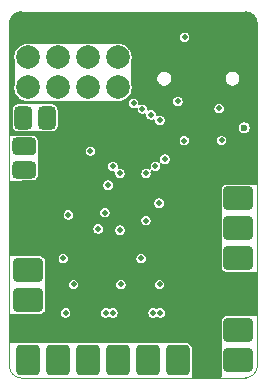
<source format=gbr>
%TF.GenerationSoftware,KiCad,Pcbnew,9.0.3-9.0.3-0~ubuntu24.04.1*%
%TF.CreationDate,2025-09-21T12:24:59+02:00*%
%TF.ProjectId,ant control board v2,616e7420-636f-46e7-9472-6f6c20626f61,2.0*%
%TF.SameCoordinates,Original*%
%TF.FileFunction,Copper,L2,Inr*%
%TF.FilePolarity,Positive*%
%FSLAX46Y46*%
G04 Gerber Fmt 4.6, Leading zero omitted, Abs format (unit mm)*
G04 Created by KiCad (PCBNEW 9.0.3-9.0.3-0~ubuntu24.04.1) date 2025-09-21 12:24:59*
%MOMM*%
%LPD*%
G01*
G04 APERTURE LIST*
G04 Aperture macros list*
%AMRoundRect*
0 Rectangle with rounded corners*
0 $1 Rounding radius*
0 $2 $3 $4 $5 $6 $7 $8 $9 X,Y pos of 4 corners*
0 Add a 4 corners polygon primitive as box body*
4,1,4,$2,$3,$4,$5,$6,$7,$8,$9,$2,$3,0*
0 Add four circle primitives for the rounded corners*
1,1,$1+$1,$2,$3*
1,1,$1+$1,$4,$5*
1,1,$1+$1,$6,$7*
1,1,$1+$1,$8,$9*
0 Add four rect primitives between the rounded corners*
20,1,$1+$1,$2,$3,$4,$5,0*
20,1,$1+$1,$4,$5,$6,$7,0*
20,1,$1+$1,$6,$7,$8,$9,0*
20,1,$1+$1,$8,$9,$2,$3,0*%
G04 Aperture macros list end*
%TA.AperFunction,ComponentPad*%
%ADD10C,0.500000*%
%TD*%
%TA.AperFunction,ComponentPad*%
%ADD11RoundRect,0.375000X0.375000X-0.625000X0.375000X0.625000X-0.375000X0.625000X-0.375000X-0.625000X0*%
%TD*%
%TA.AperFunction,ComponentPad*%
%ADD12RoundRect,0.300000X0.970000X-0.700000X0.970000X0.700000X-0.970000X0.700000X-0.970000X-0.700000X0*%
%TD*%
%TA.AperFunction,ComponentPad*%
%ADD13O,1.250000X2.500000*%
%TD*%
%TA.AperFunction,ComponentPad*%
%ADD14RoundRect,0.300000X-0.700000X-0.970000X0.700000X-0.970000X0.700000X0.970000X-0.700000X0.970000X0*%
%TD*%
%TA.AperFunction,ComponentPad*%
%ADD15C,2.000000*%
%TD*%
%TA.AperFunction,ComponentPad*%
%ADD16RoundRect,0.375000X0.625000X0.375000X-0.625000X0.375000X-0.625000X-0.375000X0.625000X-0.375000X0*%
%TD*%
%TA.AperFunction,ComponentPad*%
%ADD17RoundRect,0.300000X-0.970000X0.700000X-0.970000X-0.700000X0.970000X-0.700000X0.970000X0.700000X0*%
%TD*%
%TA.AperFunction,ViaPad*%
%ADD18C,0.500000*%
%TD*%
%TA.AperFunction,ViaPad*%
%ADD19C,0.600000*%
%TD*%
%TA.AperFunction,Profile*%
%ADD20C,0.050000*%
%TD*%
G04 APERTURE END LIST*
D10*
%TO.N,/MCU and RX/DIGITAL_AUX1*%
%TO.C,J10*%
X102647200Y-119711200D03*
X102640000Y-118300000D03*
D11*
X102190000Y-119000000D03*
D10*
X101732800Y-119711200D03*
X101732800Y-118288800D03*
%TO.N,/MCU and RX/DIGITAL_AUX2*%
X100654400Y-118300000D03*
X100640000Y-119700000D03*
D11*
X100190000Y-119000000D03*
D10*
X99740000Y-119700000D03*
X99740000Y-118300000D03*
%TD*%
%TO.N,/MCU and RX/SERVO1*%
%TO.C,J7*%
X99721000Y-135055000D03*
X101499000Y-135055000D03*
D12*
X100610000Y-134420000D03*
D10*
X99721000Y-133785000D03*
X101499000Y-133785000D03*
%TO.N,+BATT*%
X99721000Y-132515000D03*
X101499000Y-132515000D03*
D12*
X100610000Y-131880000D03*
D10*
X99721000Y-131245000D03*
X101499000Y-131245000D03*
%TO.N,GND*%
X99721000Y-129975000D03*
X101499000Y-129975000D03*
D12*
X100610000Y-129340000D03*
D10*
X99721000Y-128705000D03*
X101499000Y-128705000D03*
%TD*%
D13*
%TO.N,GND*%
%TO.C,J3*%
X119320000Y-116180000D03*
X119320000Y-112000000D03*
X110680000Y-116180000D03*
X110680000Y-112000000D03*
%TD*%
D10*
%TO.N,/DC Motors/M2+*%
%TO.C,J5*%
X105055000Y-138611000D03*
X105055000Y-140389000D03*
D14*
X105690000Y-139500000D03*
D10*
X106325000Y-138611000D03*
X106325000Y-140389000D03*
%TO.N,/DC Motors/M2-*%
X107595000Y-138611000D03*
X107595000Y-140389000D03*
D14*
X108230000Y-139500000D03*
D10*
X108865000Y-138611000D03*
X108865000Y-140389000D03*
%TD*%
%TO.N,/MCU and RX/SERVO2*%
%TO.C,J8*%
X117501000Y-140135000D03*
X119279000Y-140135000D03*
D12*
X118390000Y-139500000D03*
D10*
X117501000Y-138865000D03*
X119279000Y-138865000D03*
%TO.N,+BATT*%
X117501000Y-137595000D03*
X119279000Y-137595000D03*
D12*
X118390000Y-136960000D03*
D10*
X117501000Y-136325000D03*
X119279000Y-136325000D03*
%TO.N,GND*%
X117501000Y-135055000D03*
X119279000Y-135055000D03*
D12*
X118390000Y-134420000D03*
D10*
X117501000Y-133785000D03*
X119279000Y-133785000D03*
%TD*%
%TO.N,/DC Motors/M3+*%
%TO.C,J6*%
X110135000Y-138611000D03*
X110135000Y-140389000D03*
D14*
X110770000Y-139500000D03*
D10*
X111405000Y-138611000D03*
X111405000Y-140389000D03*
%TO.N,/DC Motors/M3-*%
X112675000Y-138611000D03*
X112675000Y-140389000D03*
D14*
X113310000Y-139500000D03*
D10*
X113945000Y-138611000D03*
X113945000Y-140389000D03*
%TD*%
D15*
%TO.N,GND*%
%TO.C,U7*%
X108203000Y-111337000D03*
%TO.N,+3V3*%
X108203000Y-113877000D03*
%TO.N,/MCU and RX/CH1_PPM*%
X108203000Y-116417000D03*
%TO.N,GND*%
X105663000Y-111337000D03*
%TO.N,+3V3*%
X105663000Y-113877000D03*
%TO.N,/MCU and RX/CH2*%
X105663000Y-116417000D03*
%TO.N,GND*%
X103123000Y-111337000D03*
%TO.N,+3V3*%
X103123000Y-113877000D03*
%TO.N,/MCU and RX/CH3*%
X103123000Y-116417000D03*
%TO.N,GND*%
X100583000Y-111337000D03*
%TO.N,+3V3*%
X100583000Y-113877000D03*
%TO.N,/MCU and RX/CH4*%
X100583000Y-116417000D03*
%TD*%
D10*
%TO.N,/DC Motors/M1+*%
%TO.C,J4*%
X99975000Y-138611000D03*
X99975000Y-140389000D03*
D14*
X100610000Y-139500000D03*
D10*
X101245000Y-138611000D03*
X101245000Y-140389000D03*
%TO.N,/DC Motors/M1-*%
X102515000Y-138611000D03*
X102515000Y-140389000D03*
D14*
X103150000Y-139500000D03*
D10*
X103785000Y-138611000D03*
X103785000Y-140389000D03*
%TD*%
%TO.N,+3V3*%
%TO.C,J9*%
X100981200Y-120940896D03*
X99570000Y-120948096D03*
D16*
X100270000Y-121398096D03*
D10*
X100981200Y-121855296D03*
X99558800Y-121855296D03*
%TO.N,Net-(J9-Pin_2)*%
X99570000Y-122933696D03*
X100970000Y-122948096D03*
D16*
X100270000Y-123398096D03*
D10*
X100970000Y-123848096D03*
X99570000Y-123848096D03*
%TO.N,GND*%
X99570000Y-124933696D03*
X100970000Y-124948096D03*
D16*
X100270000Y-125398096D03*
D10*
X100970000Y-125848096D03*
X99570000Y-125848096D03*
%TD*%
%TO.N,/Power/+SW*%
%TO.C,J1*%
X119279000Y-127705000D03*
X117501000Y-127705000D03*
D17*
X118390000Y-128340000D03*
D10*
X119279000Y-128975000D03*
X117501000Y-128975000D03*
%TO.N,+BATT*%
X119279000Y-130245000D03*
X117501000Y-130245000D03*
D17*
X118390000Y-130880000D03*
D10*
X119279000Y-131515000D03*
X117501000Y-131515000D03*
%TD*%
%TO.N,GND*%
%TO.C,J2*%
X119279000Y-122625000D03*
X117501000Y-122625000D03*
D17*
X118390000Y-123260000D03*
D10*
X119279000Y-123895000D03*
X117501000Y-123895000D03*
%TO.N,/Power/+SW*%
X119279000Y-125165000D03*
X117501000Y-125165000D03*
D17*
X118390000Y-125800000D03*
D10*
X119279000Y-126435000D03*
X117501000Y-126435000D03*
%TD*%
D18*
%TO.N,+BATT*%
X107170000Y-135500000D03*
X111770000Y-135500000D03*
X103570000Y-130900000D03*
X103770000Y-135500000D03*
X107770000Y-135500000D03*
X111170000Y-135500000D03*
D19*
X118890000Y-119820000D03*
D18*
%TO.N,GND*%
X108370000Y-127700000D03*
X107270000Y-122500000D03*
X103400000Y-125200000D03*
X112475000Y-126013636D03*
X104090000Y-122380000D03*
X114770000Y-122450000D03*
X102000000Y-127800000D03*
X113020000Y-121250000D03*
D19*
X107190000Y-133100000D03*
D18*
X111135000Y-131015000D03*
D19*
X114570000Y-135450000D03*
X110270000Y-134700000D03*
D18*
X104000000Y-119770000D03*
D19*
X110970000Y-133100000D03*
D18*
X103770000Y-130130000D03*
%TO.N,+3V3*%
X108440000Y-133100000D03*
X107090000Y-127020000D03*
X104000000Y-127200000D03*
X116970000Y-120900000D03*
X111690000Y-126220000D03*
X105870000Y-121800000D03*
X113845000Y-112175000D03*
X113814641Y-120919880D03*
X104440000Y-133100000D03*
X110570000Y-127700000D03*
X111720000Y-133100000D03*
%TO.N,/MCU and RX/VBAT*%
X106530000Y-128390000D03*
%TO.N,Net-(J3-CC2)*%
X113270000Y-117600000D03*
%TO.N,Net-(J3-CC1)*%
X116770000Y-118200000D03*
%TO.N,/MCU and RX/SERVO1*%
X108370000Y-128500000D03*
%TO.N,/MCU and RX/SERVO2*%
X110170000Y-130900000D03*
%TO.N,/MCU and RX/UART2_RX*%
X111370000Y-123100000D03*
%TO.N,/MCU and RX/UART2_TX*%
X112170000Y-122500000D03*
%TO.N,/MCU and RX/BOOT0*%
X110570000Y-123700000D03*
X111753527Y-119206305D03*
%TO.N,/MCU and RX/I2C1_SDA*%
X107770000Y-123100000D03*
X107370000Y-124700000D03*
%TO.N,/MCU and RX/I2C1_SCL*%
X108370000Y-123700000D03*
%TO.N,/MCU and RX/CH4*%
X111020000Y-118750000D03*
%TO.N,/MCU and RX/CH2*%
X109520000Y-117750000D03*
%TO.N,/MCU and RX/CH3*%
X110270000Y-118250000D03*
%TD*%
%TA.AperFunction,Conductor*%
%TO.N,GND*%
G36*
X119005394Y-110000971D02*
G01*
X119151556Y-110013759D01*
X119164905Y-110015665D01*
X119194277Y-110021507D01*
X119202081Y-110023326D01*
X119326931Y-110056779D01*
X119342277Y-110061990D01*
X119359229Y-110069012D01*
X119364180Y-110071190D01*
X119489915Y-110129822D01*
X119508633Y-110140629D01*
X119633582Y-110228119D01*
X119650140Y-110242013D01*
X119757986Y-110349859D01*
X119771880Y-110366417D01*
X119859370Y-110491366D01*
X119870177Y-110510084D01*
X119928808Y-110635818D01*
X119930986Y-110640769D01*
X119938008Y-110657721D01*
X119943223Y-110673081D01*
X119976660Y-110797869D01*
X119978503Y-110805775D01*
X119984330Y-110835073D01*
X119986240Y-110848453D01*
X119999028Y-110994605D01*
X119999500Y-111005413D01*
X119999500Y-124526000D01*
X119979815Y-124593039D01*
X119927011Y-124638794D01*
X119875500Y-124650000D01*
X119425398Y-124650000D01*
X119417162Y-124649614D01*
X119417162Y-124649635D01*
X119414277Y-124649500D01*
X119414266Y-124649500D01*
X117365734Y-124649500D01*
X117365730Y-124649500D01*
X117335300Y-124652353D01*
X117335298Y-124652353D01*
X117207119Y-124697206D01*
X117207117Y-124697207D01*
X117097850Y-124777850D01*
X117017207Y-124887117D01*
X117017206Y-124887119D01*
X116972353Y-125015298D01*
X116972353Y-125015300D01*
X116969500Y-125045730D01*
X116969500Y-126554277D01*
X116969635Y-126557163D01*
X116969614Y-126557163D01*
X116970000Y-126565398D01*
X116970000Y-127574602D01*
X116969614Y-127582837D01*
X116969635Y-127582838D01*
X116969500Y-127585723D01*
X116969500Y-129094277D01*
X116969635Y-129097163D01*
X116969614Y-129097163D01*
X116970000Y-129105398D01*
X116970000Y-130114602D01*
X116969614Y-130122837D01*
X116969635Y-130122838D01*
X116969500Y-130125723D01*
X116969500Y-131634269D01*
X116972353Y-131664699D01*
X116972353Y-131664701D01*
X117017206Y-131792880D01*
X117017207Y-131792882D01*
X117097850Y-131902150D01*
X117207118Y-131982793D01*
X117249845Y-131997744D01*
X117335299Y-132027646D01*
X117365730Y-132030500D01*
X117365734Y-132030500D01*
X119414270Y-132030500D01*
X119452178Y-132026945D01*
X119470199Y-132025000D01*
X119875500Y-132025000D01*
X119942539Y-132044685D01*
X119988294Y-132097489D01*
X119999500Y-132149000D01*
X119999500Y-135686124D01*
X119979815Y-135753163D01*
X119927011Y-135798918D01*
X119875500Y-135810124D01*
X119426720Y-135810124D01*
X119415141Y-135809582D01*
X119414266Y-135809500D01*
X117365734Y-135809500D01*
X117365730Y-135809500D01*
X117335300Y-135812353D01*
X117335298Y-135812353D01*
X117207119Y-135857206D01*
X117207117Y-135857207D01*
X117097850Y-135937850D01*
X117017207Y-136047117D01*
X117017206Y-136047119D01*
X116972353Y-136175298D01*
X116972353Y-136175300D01*
X116969500Y-136205730D01*
X116969500Y-137714277D01*
X116969635Y-137717163D01*
X116969614Y-137717163D01*
X116970000Y-137725398D01*
X116970000Y-138734602D01*
X116969614Y-138742837D01*
X116969635Y-138742838D01*
X116969500Y-138745723D01*
X116969500Y-140254277D01*
X116969635Y-140257163D01*
X116969614Y-140257163D01*
X116970000Y-140265398D01*
X116970000Y-140875500D01*
X116950315Y-140942539D01*
X116897511Y-140988294D01*
X116846000Y-140999500D01*
X114583221Y-140999500D01*
X114516182Y-140979815D01*
X114470427Y-140927011D01*
X114459221Y-140875500D01*
X114459221Y-140543703D01*
X114459763Y-140532121D01*
X114460499Y-140524272D01*
X114460500Y-140524266D01*
X114460500Y-138475734D01*
X114457646Y-138445301D01*
X114457646Y-138445300D01*
X114457646Y-138445298D01*
X114424006Y-138349163D01*
X114412793Y-138317118D01*
X114332150Y-138207850D01*
X114222882Y-138127207D01*
X114222880Y-138127206D01*
X114094700Y-138082353D01*
X114064270Y-138079500D01*
X114064266Y-138079500D01*
X112555734Y-138079500D01*
X112555730Y-138079500D01*
X112525298Y-138082353D01*
X112519432Y-138083635D01*
X112492974Y-138086491D01*
X111587026Y-138086491D01*
X111560568Y-138083635D01*
X111554701Y-138082353D01*
X111524270Y-138079500D01*
X111524266Y-138079500D01*
X110015734Y-138079500D01*
X110015730Y-138079500D01*
X109985298Y-138082353D01*
X109979432Y-138083635D01*
X109952974Y-138086491D01*
X109047026Y-138086491D01*
X109020568Y-138083635D01*
X109014701Y-138082353D01*
X108984270Y-138079500D01*
X108984266Y-138079500D01*
X107475734Y-138079500D01*
X107475730Y-138079500D01*
X107445298Y-138082353D01*
X107439432Y-138083635D01*
X107412974Y-138086491D01*
X106507026Y-138086491D01*
X106480568Y-138083635D01*
X106474701Y-138082353D01*
X106444270Y-138079500D01*
X106444266Y-138079500D01*
X104935734Y-138079500D01*
X104935730Y-138079500D01*
X104904260Y-138082451D01*
X104892683Y-138082993D01*
X103947317Y-138082993D01*
X103935740Y-138082451D01*
X103904270Y-138079500D01*
X103904266Y-138079500D01*
X102395734Y-138079500D01*
X102395730Y-138079500D01*
X102364260Y-138082451D01*
X102352683Y-138082993D01*
X101407317Y-138082993D01*
X101395740Y-138082451D01*
X101364270Y-138079500D01*
X101364266Y-138079500D01*
X99855734Y-138079500D01*
X99855733Y-138079500D01*
X99840323Y-138080945D01*
X99831847Y-138081740D01*
X99820270Y-138082282D01*
X99124500Y-138082282D01*
X99057461Y-138062597D01*
X99011706Y-138009793D01*
X99000500Y-137958282D01*
X99000500Y-135699000D01*
X99020185Y-135631961D01*
X99072989Y-135586206D01*
X99124500Y-135575000D01*
X100321453Y-135575000D01*
X100324504Y-135573334D01*
X100350862Y-135570500D01*
X101634270Y-135570500D01*
X101664699Y-135567646D01*
X101664701Y-135567646D01*
X101728790Y-135545219D01*
X101792882Y-135522793D01*
X101895921Y-135446747D01*
X103365500Y-135446747D01*
X103365500Y-135553253D01*
X103393066Y-135656131D01*
X103446320Y-135748369D01*
X103521631Y-135823680D01*
X103613869Y-135876934D01*
X103716747Y-135904500D01*
X103716749Y-135904500D01*
X103823251Y-135904500D01*
X103823253Y-135904500D01*
X103926131Y-135876934D01*
X104018369Y-135823680D01*
X104093680Y-135748369D01*
X104146934Y-135656131D01*
X104174500Y-135553253D01*
X104174500Y-135446747D01*
X106765500Y-135446747D01*
X106765500Y-135553253D01*
X106793066Y-135656131D01*
X106846320Y-135748369D01*
X106921631Y-135823680D01*
X107013869Y-135876934D01*
X107116747Y-135904500D01*
X107116749Y-135904500D01*
X107223251Y-135904500D01*
X107223253Y-135904500D01*
X107326131Y-135876934D01*
X107407999Y-135829666D01*
X107475899Y-135813193D01*
X107532001Y-135829667D01*
X107613863Y-135876931D01*
X107613864Y-135876931D01*
X107613869Y-135876934D01*
X107716747Y-135904500D01*
X107716749Y-135904500D01*
X107823251Y-135904500D01*
X107823253Y-135904500D01*
X107926131Y-135876934D01*
X108018369Y-135823680D01*
X108093680Y-135748369D01*
X108146934Y-135656131D01*
X108174500Y-135553253D01*
X108174500Y-135446747D01*
X110765500Y-135446747D01*
X110765500Y-135553253D01*
X110793066Y-135656131D01*
X110846320Y-135748369D01*
X110921631Y-135823680D01*
X111013869Y-135876934D01*
X111116747Y-135904500D01*
X111116749Y-135904500D01*
X111223251Y-135904500D01*
X111223253Y-135904500D01*
X111326131Y-135876934D01*
X111407999Y-135829666D01*
X111475899Y-135813193D01*
X111532001Y-135829667D01*
X111613863Y-135876931D01*
X111613864Y-135876931D01*
X111613869Y-135876934D01*
X111716747Y-135904500D01*
X111716749Y-135904500D01*
X111823251Y-135904500D01*
X111823253Y-135904500D01*
X111926131Y-135876934D01*
X112018369Y-135823680D01*
X112093680Y-135748369D01*
X112146934Y-135656131D01*
X112174500Y-135553253D01*
X112174500Y-135446747D01*
X112146934Y-135343869D01*
X112093680Y-135251631D01*
X112018369Y-135176320D01*
X111926131Y-135123066D01*
X111823253Y-135095500D01*
X111716747Y-135095500D01*
X111613869Y-135123066D01*
X111613868Y-135123066D01*
X111613866Y-135123067D01*
X111613865Y-135123067D01*
X111532000Y-135170333D01*
X111464100Y-135186806D01*
X111408000Y-135170333D01*
X111326133Y-135123067D01*
X111326132Y-135123066D01*
X111326131Y-135123066D01*
X111223253Y-135095500D01*
X111116747Y-135095500D01*
X111013868Y-135123066D01*
X110921631Y-135176320D01*
X110921628Y-135176322D01*
X110846322Y-135251628D01*
X110846320Y-135251631D01*
X110793066Y-135343868D01*
X110793066Y-135343869D01*
X110765500Y-135446747D01*
X108174500Y-135446747D01*
X108146934Y-135343869D01*
X108093680Y-135251631D01*
X108018369Y-135176320D01*
X107926131Y-135123066D01*
X107823253Y-135095500D01*
X107716747Y-135095500D01*
X107613869Y-135123066D01*
X107613868Y-135123066D01*
X107613866Y-135123067D01*
X107613865Y-135123067D01*
X107532000Y-135170333D01*
X107464100Y-135186806D01*
X107408000Y-135170333D01*
X107326133Y-135123067D01*
X107326132Y-135123066D01*
X107326131Y-135123066D01*
X107223253Y-135095500D01*
X107116747Y-135095500D01*
X107013868Y-135123066D01*
X106921631Y-135176320D01*
X106921628Y-135176322D01*
X106846322Y-135251628D01*
X106846320Y-135251631D01*
X106793066Y-135343868D01*
X106793066Y-135343869D01*
X106765500Y-135446747D01*
X104174500Y-135446747D01*
X104146934Y-135343869D01*
X104093680Y-135251631D01*
X104018369Y-135176320D01*
X103926131Y-135123066D01*
X103823253Y-135095500D01*
X103716747Y-135095500D01*
X103613868Y-135123066D01*
X103521631Y-135176320D01*
X103521628Y-135176322D01*
X103446322Y-135251628D01*
X103446320Y-135251631D01*
X103393066Y-135343868D01*
X103393066Y-135343869D01*
X103365500Y-135446747D01*
X101895921Y-135446747D01*
X101902150Y-135442150D01*
X101982793Y-135332882D01*
X102019510Y-135227951D01*
X102027646Y-135204701D01*
X102027646Y-135204699D01*
X102030500Y-135174269D01*
X102030500Y-133665730D01*
X102027646Y-133635305D01*
X102027646Y-133635301D01*
X102026958Y-133633335D01*
X102026052Y-133628006D01*
X102026036Y-133627930D01*
X102026039Y-133627929D01*
X102020000Y-133592381D01*
X102020000Y-133046747D01*
X104035500Y-133046747D01*
X104035500Y-133153253D01*
X104063066Y-133256131D01*
X104116320Y-133348369D01*
X104191631Y-133423680D01*
X104283869Y-133476934D01*
X104386747Y-133504500D01*
X104386749Y-133504500D01*
X104493251Y-133504500D01*
X104493253Y-133504500D01*
X104596131Y-133476934D01*
X104688369Y-133423680D01*
X104763680Y-133348369D01*
X104816934Y-133256131D01*
X104844500Y-133153253D01*
X104844500Y-133046747D01*
X108035500Y-133046747D01*
X108035500Y-133153253D01*
X108063066Y-133256131D01*
X108116320Y-133348369D01*
X108191631Y-133423680D01*
X108283869Y-133476934D01*
X108386747Y-133504500D01*
X108386749Y-133504500D01*
X108493251Y-133504500D01*
X108493253Y-133504500D01*
X108596131Y-133476934D01*
X108688369Y-133423680D01*
X108763680Y-133348369D01*
X108816934Y-133256131D01*
X108844500Y-133153253D01*
X108844500Y-133046747D01*
X111315500Y-133046747D01*
X111315500Y-133153253D01*
X111343066Y-133256131D01*
X111396320Y-133348369D01*
X111471631Y-133423680D01*
X111563869Y-133476934D01*
X111666747Y-133504500D01*
X111666749Y-133504500D01*
X111773251Y-133504500D01*
X111773253Y-133504500D01*
X111876131Y-133476934D01*
X111968369Y-133423680D01*
X112043680Y-133348369D01*
X112096934Y-133256131D01*
X112124500Y-133153253D01*
X112124500Y-133046747D01*
X112096934Y-132943869D01*
X112043680Y-132851631D01*
X111968369Y-132776320D01*
X111876131Y-132723066D01*
X111773253Y-132695500D01*
X111666747Y-132695500D01*
X111563868Y-132723066D01*
X111471631Y-132776320D01*
X111471628Y-132776322D01*
X111396322Y-132851628D01*
X111396320Y-132851631D01*
X111343066Y-132943868D01*
X111332636Y-132982793D01*
X111315500Y-133046747D01*
X108844500Y-133046747D01*
X108816934Y-132943869D01*
X108763680Y-132851631D01*
X108688369Y-132776320D01*
X108596131Y-132723066D01*
X108493253Y-132695500D01*
X108386747Y-132695500D01*
X108283868Y-132723066D01*
X108191631Y-132776320D01*
X108191628Y-132776322D01*
X108116322Y-132851628D01*
X108116320Y-132851631D01*
X108063066Y-132943868D01*
X108052636Y-132982793D01*
X108035500Y-133046747D01*
X104844500Y-133046747D01*
X104816934Y-132943869D01*
X104763680Y-132851631D01*
X104688369Y-132776320D01*
X104596131Y-132723066D01*
X104493253Y-132695500D01*
X104386747Y-132695500D01*
X104283868Y-132723066D01*
X104191631Y-132776320D01*
X104191628Y-132776322D01*
X104116322Y-132851628D01*
X104116320Y-132851631D01*
X104063066Y-132943868D01*
X104052636Y-132982793D01*
X104035500Y-133046747D01*
X102020000Y-133046747D01*
X102020000Y-132707619D01*
X102026040Y-132672073D01*
X102026036Y-132672073D01*
X102026055Y-132671983D01*
X102026960Y-132666661D01*
X102027646Y-132664699D01*
X102030500Y-132634269D01*
X102030500Y-131125730D01*
X102027646Y-131095300D01*
X102027646Y-131095298D01*
X101982793Y-130967119D01*
X101982792Y-130967117D01*
X101972559Y-130953252D01*
X101902150Y-130857850D01*
X101887106Y-130846747D01*
X103165500Y-130846747D01*
X103165500Y-130953253D01*
X103193066Y-131056131D01*
X103246320Y-131148369D01*
X103321631Y-131223680D01*
X103413869Y-131276934D01*
X103516747Y-131304500D01*
X103516749Y-131304500D01*
X103623251Y-131304500D01*
X103623253Y-131304500D01*
X103726131Y-131276934D01*
X103818369Y-131223680D01*
X103893680Y-131148369D01*
X103946934Y-131056131D01*
X103974500Y-130953253D01*
X103974500Y-130846747D01*
X109765500Y-130846747D01*
X109765500Y-130953253D01*
X109793066Y-131056131D01*
X109846320Y-131148369D01*
X109921631Y-131223680D01*
X110013869Y-131276934D01*
X110116747Y-131304500D01*
X110116749Y-131304500D01*
X110223251Y-131304500D01*
X110223253Y-131304500D01*
X110326131Y-131276934D01*
X110418369Y-131223680D01*
X110493680Y-131148369D01*
X110546934Y-131056131D01*
X110574500Y-130953253D01*
X110574500Y-130846747D01*
X110546934Y-130743869D01*
X110493680Y-130651631D01*
X110418369Y-130576320D01*
X110326131Y-130523066D01*
X110223253Y-130495500D01*
X110116747Y-130495500D01*
X110013868Y-130523066D01*
X109921631Y-130576320D01*
X109921628Y-130576322D01*
X109846322Y-130651628D01*
X109846320Y-130651631D01*
X109793066Y-130743868D01*
X109793066Y-130743869D01*
X109765500Y-130846747D01*
X103974500Y-130846747D01*
X103946934Y-130743869D01*
X103893680Y-130651631D01*
X103818369Y-130576320D01*
X103726131Y-130523066D01*
X103623253Y-130495500D01*
X103516747Y-130495500D01*
X103413868Y-130523066D01*
X103321631Y-130576320D01*
X103321628Y-130576322D01*
X103246322Y-130651628D01*
X103246320Y-130651631D01*
X103193066Y-130743868D01*
X103193066Y-130743869D01*
X103165500Y-130846747D01*
X101887106Y-130846747D01*
X101792882Y-130777207D01*
X101792880Y-130777206D01*
X101664700Y-130732353D01*
X101634270Y-130729500D01*
X101634266Y-130729500D01*
X100300862Y-130729500D01*
X100285537Y-130725000D01*
X100245000Y-130725000D01*
X99124500Y-130725000D01*
X99057461Y-130705315D01*
X99011706Y-130652511D01*
X99000500Y-130601000D01*
X99000500Y-128336747D01*
X106125500Y-128336747D01*
X106125500Y-128443253D01*
X106153066Y-128546131D01*
X106206320Y-128638369D01*
X106281631Y-128713680D01*
X106373869Y-128766934D01*
X106476747Y-128794500D01*
X106476749Y-128794500D01*
X106583251Y-128794500D01*
X106583253Y-128794500D01*
X106686131Y-128766934D01*
X106778369Y-128713680D01*
X106853680Y-128638369D01*
X106906934Y-128546131D01*
X106933564Y-128446747D01*
X107965500Y-128446747D01*
X107965500Y-128553253D01*
X107993066Y-128656131D01*
X108046320Y-128748369D01*
X108121631Y-128823680D01*
X108213869Y-128876934D01*
X108316747Y-128904500D01*
X108316749Y-128904500D01*
X108423251Y-128904500D01*
X108423253Y-128904500D01*
X108526131Y-128876934D01*
X108618369Y-128823680D01*
X108693680Y-128748369D01*
X108746934Y-128656131D01*
X108774500Y-128553253D01*
X108774500Y-128446747D01*
X108746934Y-128343869D01*
X108693680Y-128251631D01*
X108618369Y-128176320D01*
X108526131Y-128123066D01*
X108423253Y-128095500D01*
X108316747Y-128095500D01*
X108213868Y-128123066D01*
X108121631Y-128176320D01*
X108121628Y-128176322D01*
X108046322Y-128251628D01*
X108046320Y-128251631D01*
X107993066Y-128343868D01*
X107993066Y-128343869D01*
X107965500Y-128446747D01*
X106933564Y-128446747D01*
X106934500Y-128443253D01*
X106934500Y-128336747D01*
X106906934Y-128233869D01*
X106853680Y-128141631D01*
X106778369Y-128066320D01*
X106686131Y-128013066D01*
X106583253Y-127985500D01*
X106476747Y-127985500D01*
X106373868Y-128013066D01*
X106281631Y-128066320D01*
X106281628Y-128066322D01*
X106206322Y-128141628D01*
X106206320Y-128141631D01*
X106153066Y-128233868D01*
X106125500Y-128336747D01*
X99000500Y-128336747D01*
X99000500Y-127646747D01*
X110165500Y-127646747D01*
X110165500Y-127753253D01*
X110193066Y-127856131D01*
X110246320Y-127948369D01*
X110321631Y-128023680D01*
X110413869Y-128076934D01*
X110516747Y-128104500D01*
X110516749Y-128104500D01*
X110623251Y-128104500D01*
X110623253Y-128104500D01*
X110726131Y-128076934D01*
X110818369Y-128023680D01*
X110893680Y-127948369D01*
X110946934Y-127856131D01*
X110974500Y-127753253D01*
X110974500Y-127646747D01*
X110946934Y-127543869D01*
X110893680Y-127451631D01*
X110818369Y-127376320D01*
X110726131Y-127323066D01*
X110623253Y-127295500D01*
X110516747Y-127295500D01*
X110413868Y-127323066D01*
X110321631Y-127376320D01*
X110321628Y-127376322D01*
X110246322Y-127451628D01*
X110246320Y-127451631D01*
X110193066Y-127543868D01*
X110182624Y-127582838D01*
X110165500Y-127646747D01*
X99000500Y-127646747D01*
X99000500Y-127146747D01*
X103595500Y-127146747D01*
X103595500Y-127253253D01*
X103623066Y-127356131D01*
X103676320Y-127448369D01*
X103751631Y-127523680D01*
X103843869Y-127576934D01*
X103946747Y-127604500D01*
X103946749Y-127604500D01*
X104053251Y-127604500D01*
X104053253Y-127604500D01*
X104156131Y-127576934D01*
X104248369Y-127523680D01*
X104323680Y-127448369D01*
X104376934Y-127356131D01*
X104404500Y-127253253D01*
X104404500Y-127146747D01*
X104376934Y-127043869D01*
X104376931Y-127043865D01*
X104376931Y-127043861D01*
X104363512Y-127020619D01*
X104332408Y-126966747D01*
X106685500Y-126966747D01*
X106685500Y-127073253D01*
X106713066Y-127176131D01*
X106766320Y-127268369D01*
X106841631Y-127343680D01*
X106933869Y-127396934D01*
X107036747Y-127424500D01*
X107036749Y-127424500D01*
X107143251Y-127424500D01*
X107143253Y-127424500D01*
X107246131Y-127396934D01*
X107338369Y-127343680D01*
X107413680Y-127268369D01*
X107466934Y-127176131D01*
X107494500Y-127073253D01*
X107494500Y-126966747D01*
X107466934Y-126863869D01*
X107413680Y-126771631D01*
X107338369Y-126696320D01*
X107246131Y-126643066D01*
X107143253Y-126615500D01*
X107036747Y-126615500D01*
X106933868Y-126643066D01*
X106841631Y-126696320D01*
X106841628Y-126696322D01*
X106766322Y-126771628D01*
X106766320Y-126771631D01*
X106713066Y-126863868D01*
X106702636Y-126902793D01*
X106685500Y-126966747D01*
X104332408Y-126966747D01*
X104323684Y-126951637D01*
X104323681Y-126951634D01*
X104323680Y-126951631D01*
X104248369Y-126876320D01*
X104156131Y-126823066D01*
X104053253Y-126795500D01*
X103946747Y-126795500D01*
X103843868Y-126823066D01*
X103751631Y-126876320D01*
X103751628Y-126876322D01*
X103676322Y-126951628D01*
X103676320Y-126951631D01*
X103623066Y-127043868D01*
X103609028Y-127096258D01*
X103595500Y-127146747D01*
X99000500Y-127146747D01*
X99000500Y-126166747D01*
X111285500Y-126166747D01*
X111285500Y-126273253D01*
X111313066Y-126376131D01*
X111366320Y-126468369D01*
X111441631Y-126543680D01*
X111533869Y-126596934D01*
X111636747Y-126624500D01*
X111636749Y-126624500D01*
X111743251Y-126624500D01*
X111743253Y-126624500D01*
X111846131Y-126596934D01*
X111938369Y-126543680D01*
X112013680Y-126468369D01*
X112066934Y-126376131D01*
X112094500Y-126273253D01*
X112094500Y-126166747D01*
X112066934Y-126063869D01*
X112013680Y-125971631D01*
X111938369Y-125896320D01*
X111846131Y-125843066D01*
X111743253Y-125815500D01*
X111636747Y-125815500D01*
X111533868Y-125843066D01*
X111441631Y-125896320D01*
X111441628Y-125896322D01*
X111366322Y-125971628D01*
X111366320Y-125971631D01*
X111313066Y-126063868D01*
X111313066Y-126063869D01*
X111285500Y-126166747D01*
X99000500Y-126166747D01*
X99000500Y-124646747D01*
X106965500Y-124646747D01*
X106965500Y-124753253D01*
X106993066Y-124856131D01*
X107046320Y-124948369D01*
X107121631Y-125023680D01*
X107213869Y-125076934D01*
X107316747Y-125104500D01*
X107316749Y-125104500D01*
X107423251Y-125104500D01*
X107423253Y-125104500D01*
X107526131Y-125076934D01*
X107618369Y-125023680D01*
X107693680Y-124948369D01*
X107746934Y-124856131D01*
X107774500Y-124753253D01*
X107774500Y-124646747D01*
X107746934Y-124543869D01*
X107693680Y-124451631D01*
X107618369Y-124376320D01*
X107526131Y-124323066D01*
X107423253Y-124295500D01*
X107316747Y-124295500D01*
X107213868Y-124323066D01*
X107121631Y-124376320D01*
X107121628Y-124376322D01*
X107046322Y-124451628D01*
X107046320Y-124451631D01*
X106993066Y-124543868D01*
X106993066Y-124543869D01*
X106965500Y-124646747D01*
X99000500Y-124646747D01*
X99000500Y-124424000D01*
X99020185Y-124356961D01*
X99072989Y-124311206D01*
X99124500Y-124300000D01*
X100059708Y-124300000D01*
X100072766Y-124298596D01*
X100936138Y-124298596D01*
X100936144Y-124298596D01*
X101020590Y-124288455D01*
X101154975Y-124235460D01*
X101270078Y-124148174D01*
X101357364Y-124033071D01*
X101410359Y-123898686D01*
X101420500Y-123814240D01*
X101420500Y-123046747D01*
X107365500Y-123046747D01*
X107365500Y-123153253D01*
X107393066Y-123256131D01*
X107446320Y-123348369D01*
X107521631Y-123423680D01*
X107613869Y-123476934D01*
X107716747Y-123504500D01*
X107716749Y-123504500D01*
X107823250Y-123504500D01*
X107823253Y-123504500D01*
X107823255Y-123504499D01*
X107826841Y-123504027D01*
X107829875Y-123504500D01*
X107831380Y-123504500D01*
X107831380Y-123504734D01*
X107895877Y-123514788D01*
X107948136Y-123561165D01*
X107967025Y-123628433D01*
X107965974Y-123643146D01*
X107965500Y-123646747D01*
X107965500Y-123753253D01*
X107993066Y-123856131D01*
X108046320Y-123948369D01*
X108121631Y-124023680D01*
X108213869Y-124076934D01*
X108316747Y-124104500D01*
X108316749Y-124104500D01*
X108423251Y-124104500D01*
X108423253Y-124104500D01*
X108526131Y-124076934D01*
X108618369Y-124023680D01*
X108693680Y-123948369D01*
X108746934Y-123856131D01*
X108774500Y-123753253D01*
X108774500Y-123646747D01*
X110165500Y-123646747D01*
X110165500Y-123753253D01*
X110193066Y-123856131D01*
X110246320Y-123948369D01*
X110321631Y-124023680D01*
X110413869Y-124076934D01*
X110516747Y-124104500D01*
X110516749Y-124104500D01*
X110623251Y-124104500D01*
X110623253Y-124104500D01*
X110726131Y-124076934D01*
X110818369Y-124023680D01*
X110893680Y-123948369D01*
X110946934Y-123856131D01*
X110974500Y-123753253D01*
X110974500Y-123646747D01*
X110954343Y-123571520D01*
X110956006Y-123501676D01*
X110995168Y-123443813D01*
X111059396Y-123416308D01*
X111128298Y-123427894D01*
X111136103Y-123432035D01*
X111213869Y-123476934D01*
X111316747Y-123504500D01*
X111316749Y-123504500D01*
X111423251Y-123504500D01*
X111423253Y-123504500D01*
X111526131Y-123476934D01*
X111618369Y-123423680D01*
X111693680Y-123348369D01*
X111746934Y-123256131D01*
X111774500Y-123153253D01*
X111774500Y-123046747D01*
X111754343Y-122971520D01*
X111756006Y-122901676D01*
X111795168Y-122843813D01*
X111859396Y-122816308D01*
X111928298Y-122827894D01*
X111936103Y-122832035D01*
X112013869Y-122876934D01*
X112116747Y-122904500D01*
X112116749Y-122904500D01*
X112223251Y-122904500D01*
X112223253Y-122904500D01*
X112326131Y-122876934D01*
X112418369Y-122823680D01*
X112493680Y-122748369D01*
X112546934Y-122656131D01*
X112574500Y-122553253D01*
X112574500Y-122446747D01*
X112546934Y-122343869D01*
X112493680Y-122251631D01*
X112418369Y-122176320D01*
X112326131Y-122123066D01*
X112223253Y-122095500D01*
X112116747Y-122095500D01*
X112013868Y-122123066D01*
X111921631Y-122176320D01*
X111921628Y-122176322D01*
X111846322Y-122251628D01*
X111846320Y-122251631D01*
X111793066Y-122343868D01*
X111765500Y-122446747D01*
X111765500Y-122553253D01*
X111767503Y-122560730D01*
X111785656Y-122628475D01*
X111783993Y-122698324D01*
X111744831Y-122756187D01*
X111680602Y-122783691D01*
X111611700Y-122772105D01*
X111603880Y-122767955D01*
X111595507Y-122763121D01*
X111578153Y-122753101D01*
X111526132Y-122723066D01*
X111433792Y-122698324D01*
X111423253Y-122695500D01*
X111316747Y-122695500D01*
X111213868Y-122723066D01*
X111121631Y-122776320D01*
X111121628Y-122776322D01*
X111046322Y-122851628D01*
X111046320Y-122851631D01*
X110993066Y-122943868D01*
X110982862Y-122981952D01*
X110965500Y-123046747D01*
X110965500Y-123153253D01*
X110966461Y-123156841D01*
X110985656Y-123228475D01*
X110983993Y-123298324D01*
X110944831Y-123356187D01*
X110880602Y-123383691D01*
X110811700Y-123372105D01*
X110803880Y-123367955D01*
X110726132Y-123323066D01*
X110633792Y-123298324D01*
X110623253Y-123295500D01*
X110516747Y-123295500D01*
X110413868Y-123323066D01*
X110321631Y-123376320D01*
X110321628Y-123376322D01*
X110246322Y-123451628D01*
X110246320Y-123451631D01*
X110193066Y-123543868D01*
X110170407Y-123628433D01*
X110165500Y-123646747D01*
X108774500Y-123646747D01*
X108746934Y-123543869D01*
X108693680Y-123451631D01*
X108618369Y-123376320D01*
X108526131Y-123323066D01*
X108423253Y-123295500D01*
X108316747Y-123295500D01*
X108313146Y-123295974D01*
X108310107Y-123295500D01*
X108308620Y-123295500D01*
X108308620Y-123295268D01*
X108244111Y-123285206D01*
X108191857Y-123238824D01*
X108172974Y-123171554D01*
X108174027Y-123156841D01*
X108174498Y-123153256D01*
X108174500Y-123153253D01*
X108174500Y-123046747D01*
X108146934Y-122943869D01*
X108093680Y-122851631D01*
X108018369Y-122776320D01*
X107926131Y-122723066D01*
X107823253Y-122695500D01*
X107716747Y-122695500D01*
X107613868Y-122723066D01*
X107521631Y-122776320D01*
X107521628Y-122776322D01*
X107446322Y-122851628D01*
X107446320Y-122851631D01*
X107393066Y-122943868D01*
X107382862Y-122981952D01*
X107365500Y-123046747D01*
X101420500Y-123046747D01*
X101420500Y-122981952D01*
X101420053Y-122978237D01*
X101420003Y-122971280D01*
X101420045Y-122971131D01*
X101420000Y-122970372D01*
X101420000Y-121825821D01*
X101420471Y-121817948D01*
X101420279Y-121817937D01*
X101420500Y-121814245D01*
X101420500Y-121746747D01*
X105465500Y-121746747D01*
X105465500Y-121853253D01*
X105493066Y-121956131D01*
X105546320Y-122048369D01*
X105621631Y-122123680D01*
X105713869Y-122176934D01*
X105816747Y-122204500D01*
X105816749Y-122204500D01*
X105923251Y-122204500D01*
X105923253Y-122204500D01*
X106026131Y-122176934D01*
X106118369Y-122123680D01*
X106193680Y-122048369D01*
X106246934Y-121956131D01*
X106274500Y-121853253D01*
X106274500Y-121746747D01*
X106246934Y-121643869D01*
X106193680Y-121551631D01*
X106118369Y-121476320D01*
X106026131Y-121423066D01*
X105923253Y-121395500D01*
X105816747Y-121395500D01*
X105713868Y-121423066D01*
X105621631Y-121476320D01*
X105621628Y-121476322D01*
X105546322Y-121551628D01*
X105546320Y-121551631D01*
X105493066Y-121643868D01*
X105493066Y-121643869D01*
X105465500Y-121746747D01*
X101420500Y-121746747D01*
X101420500Y-120981958D01*
X101420500Y-120981952D01*
X101410359Y-120897506D01*
X101398182Y-120866627D01*
X113410141Y-120866627D01*
X113410141Y-120973133D01*
X113437707Y-121076011D01*
X113490961Y-121168249D01*
X113566272Y-121243560D01*
X113658510Y-121296814D01*
X113761388Y-121324380D01*
X113761390Y-121324380D01*
X113867892Y-121324380D01*
X113867894Y-121324380D01*
X113970772Y-121296814D01*
X114063010Y-121243560D01*
X114138321Y-121168249D01*
X114191575Y-121076011D01*
X114219141Y-120973133D01*
X114219141Y-120866627D01*
X114213814Y-120846747D01*
X116565500Y-120846747D01*
X116565500Y-120953253D01*
X116593066Y-121056131D01*
X116646320Y-121148369D01*
X116721631Y-121223680D01*
X116813869Y-121276934D01*
X116916747Y-121304500D01*
X116916749Y-121304500D01*
X117023251Y-121304500D01*
X117023253Y-121304500D01*
X117126131Y-121276934D01*
X117218369Y-121223680D01*
X117293680Y-121148369D01*
X117346934Y-121056131D01*
X117374500Y-120953253D01*
X117374500Y-120846747D01*
X117346934Y-120743869D01*
X117293680Y-120651631D01*
X117218369Y-120576320D01*
X117126131Y-120523066D01*
X117023253Y-120495500D01*
X116916747Y-120495500D01*
X116813868Y-120523066D01*
X116721631Y-120576320D01*
X116721628Y-120576322D01*
X116646322Y-120651628D01*
X116646320Y-120651631D01*
X116593066Y-120743868D01*
X116593066Y-120743869D01*
X116565500Y-120846747D01*
X114213814Y-120846747D01*
X114191575Y-120763749D01*
X114191212Y-120763121D01*
X114180097Y-120743868D01*
X114138321Y-120671511D01*
X114063010Y-120596200D01*
X113970772Y-120542946D01*
X113867894Y-120515380D01*
X113761388Y-120515380D01*
X113658509Y-120542946D01*
X113566272Y-120596200D01*
X113566269Y-120596202D01*
X113490963Y-120671508D01*
X113490961Y-120671511D01*
X113437707Y-120763748D01*
X113437707Y-120763749D01*
X113410141Y-120866627D01*
X101398182Y-120866627D01*
X101357364Y-120763121D01*
X101308228Y-120698326D01*
X101304880Y-120692527D01*
X101300537Y-120688184D01*
X101270078Y-120648018D01*
X101270076Y-120648016D01*
X101236672Y-120622685D01*
X101236669Y-120622683D01*
X101229910Y-120617557D01*
X101229569Y-120617216D01*
X101229111Y-120616951D01*
X101222961Y-120612287D01*
X101222960Y-120612286D01*
X101154976Y-120560732D01*
X101020588Y-120507736D01*
X100977242Y-120502531D01*
X100936144Y-120497596D01*
X99603856Y-120497596D01*
X99591207Y-120499115D01*
X99576422Y-120500000D01*
X99124500Y-120500000D01*
X99057461Y-120480315D01*
X99011706Y-120427511D01*
X99000500Y-120376000D01*
X99000500Y-118333856D01*
X99289500Y-118333856D01*
X99289500Y-119666144D01*
X99294825Y-119710494D01*
X99299640Y-119750588D01*
X99352636Y-119884976D01*
X99439921Y-120000078D01*
X99555023Y-120087363D01*
X99555024Y-120087363D01*
X99555025Y-120087364D01*
X99689410Y-120140359D01*
X99773856Y-120150500D01*
X99773862Y-120150500D01*
X100606145Y-120150500D01*
X100609836Y-120150279D01*
X100609847Y-120150470D01*
X100617723Y-120150000D01*
X101762277Y-120150000D01*
X101770152Y-120150470D01*
X101770164Y-120150279D01*
X101773855Y-120150500D01*
X101773856Y-120150500D01*
X102606138Y-120150500D01*
X102606144Y-120150500D01*
X102690590Y-120140359D01*
X102824975Y-120087364D01*
X102889769Y-120038228D01*
X102895569Y-120034880D01*
X102899911Y-120030537D01*
X102940078Y-120000078D01*
X102970537Y-119959911D01*
X102970880Y-119959569D01*
X102971144Y-119959111D01*
X103027364Y-119884975D01*
X103076583Y-119760164D01*
X118435500Y-119760164D01*
X118435500Y-119879836D01*
X118466473Y-119995431D01*
X118526309Y-120099070D01*
X118610930Y-120183691D01*
X118714569Y-120243527D01*
X118830164Y-120274500D01*
X118830166Y-120274500D01*
X118949834Y-120274500D01*
X118949836Y-120274500D01*
X119065431Y-120243527D01*
X119169070Y-120183691D01*
X119253691Y-120099070D01*
X119313527Y-119995431D01*
X119344500Y-119879836D01*
X119344500Y-119760164D01*
X119313527Y-119644569D01*
X119253691Y-119540930D01*
X119169070Y-119456309D01*
X119065431Y-119396473D01*
X118949836Y-119365500D01*
X118830164Y-119365500D01*
X118714569Y-119396473D01*
X118714566Y-119396474D01*
X118610933Y-119456307D01*
X118610927Y-119456311D01*
X118526311Y-119540927D01*
X118526307Y-119540933D01*
X118466474Y-119644566D01*
X118466473Y-119644569D01*
X118435500Y-119760164D01*
X103076583Y-119760164D01*
X103080359Y-119750590D01*
X103090500Y-119666144D01*
X103090500Y-118333856D01*
X103080359Y-118249410D01*
X103027364Y-118115025D01*
X103027363Y-118115024D01*
X103027363Y-118115023D01*
X102940078Y-117999921D01*
X102824976Y-117912636D01*
X102690588Y-117859640D01*
X102647242Y-117854435D01*
X102606144Y-117849500D01*
X101773856Y-117849500D01*
X101773855Y-117849500D01*
X101770164Y-117849721D01*
X101770152Y-117849529D01*
X101762277Y-117850000D01*
X100617723Y-117850000D01*
X100612056Y-117848336D01*
X100609907Y-117848520D01*
X100609850Y-117849487D01*
X100609850Y-117849500D01*
X100609849Y-117849500D01*
X100609836Y-117849721D01*
X100606145Y-117849500D01*
X100606144Y-117849500D01*
X99773856Y-117849500D01*
X99735841Y-117854065D01*
X99689411Y-117859640D01*
X99555023Y-117912636D01*
X99439921Y-117999921D01*
X99352636Y-118115023D01*
X99299640Y-118249411D01*
X99294065Y-118295841D01*
X99289500Y-118333856D01*
X99000500Y-118333856D01*
X99000500Y-117696747D01*
X109115500Y-117696747D01*
X109115500Y-117803253D01*
X109143066Y-117906131D01*
X109196320Y-117998369D01*
X109271631Y-118073680D01*
X109363869Y-118126934D01*
X109466747Y-118154500D01*
X109466749Y-118154500D01*
X109573251Y-118154500D01*
X109573253Y-118154500D01*
X109676131Y-118126934D01*
X109679496Y-118124990D01*
X109682698Y-118124213D01*
X109683645Y-118123822D01*
X109683706Y-118123969D01*
X109747396Y-118108516D01*
X109813423Y-118131366D01*
X109856616Y-118186286D01*
X109865500Y-118232376D01*
X109865500Y-118303253D01*
X109893066Y-118406131D01*
X109946320Y-118498369D01*
X110021631Y-118573680D01*
X110113869Y-118626934D01*
X110216747Y-118654500D01*
X110216749Y-118654500D01*
X110323251Y-118654500D01*
X110323253Y-118654500D01*
X110426131Y-118626934D01*
X110429496Y-118624990D01*
X110432698Y-118624213D01*
X110433645Y-118623822D01*
X110433706Y-118623969D01*
X110497396Y-118608516D01*
X110563423Y-118631366D01*
X110606616Y-118686286D01*
X110615500Y-118732376D01*
X110615500Y-118803253D01*
X110643066Y-118906131D01*
X110696320Y-118998369D01*
X110771631Y-119073680D01*
X110863869Y-119126934D01*
X110966747Y-119154500D01*
X110966749Y-119154500D01*
X111073251Y-119154500D01*
X111073253Y-119154500D01*
X111176131Y-119126934D01*
X111176135Y-119126931D01*
X111177575Y-119126336D01*
X111178888Y-119126194D01*
X111183982Y-119124830D01*
X111184194Y-119125624D01*
X111247044Y-119118867D01*
X111309523Y-119150142D01*
X111345175Y-119210231D01*
X111349027Y-119240897D01*
X111349027Y-119259558D01*
X111376593Y-119362436D01*
X111429847Y-119454674D01*
X111505158Y-119529985D01*
X111597396Y-119583239D01*
X111700274Y-119610805D01*
X111700276Y-119610805D01*
X111806778Y-119610805D01*
X111806780Y-119610805D01*
X111909658Y-119583239D01*
X112001896Y-119529985D01*
X112077207Y-119454674D01*
X112130461Y-119362436D01*
X112158027Y-119259558D01*
X112158027Y-119153052D01*
X112130461Y-119050174D01*
X112077207Y-118957936D01*
X112001896Y-118882625D01*
X111909658Y-118829371D01*
X111806780Y-118801805D01*
X111700274Y-118801805D01*
X111597390Y-118829372D01*
X111595941Y-118829973D01*
X111594621Y-118830114D01*
X111589545Y-118831475D01*
X111589332Y-118830682D01*
X111526471Y-118837435D01*
X111463995Y-118806154D01*
X111428349Y-118746061D01*
X111424500Y-118715407D01*
X111424500Y-118696749D01*
X111424500Y-118696747D01*
X111396934Y-118593869D01*
X111343680Y-118501631D01*
X111268369Y-118426320D01*
X111176131Y-118373066D01*
X111073253Y-118345500D01*
X110966747Y-118345500D01*
X110863869Y-118373066D01*
X110863868Y-118373066D01*
X110863866Y-118373067D01*
X110863861Y-118373068D01*
X110860496Y-118375012D01*
X110859960Y-118375141D01*
X110859575Y-118375539D01*
X110826026Y-118383373D01*
X110792596Y-118391482D01*
X110792074Y-118391301D01*
X110791536Y-118391427D01*
X110759094Y-118379886D01*
X110726569Y-118368628D01*
X110726227Y-118368193D01*
X110725708Y-118368009D01*
X110704660Y-118340766D01*
X110683381Y-118313705D01*
X110683215Y-118313009D01*
X110682991Y-118312719D01*
X110682403Y-118309597D01*
X110674965Y-118278349D01*
X110674500Y-118272993D01*
X110674500Y-118196747D01*
X110661103Y-118146747D01*
X116365500Y-118146747D01*
X116365500Y-118253253D01*
X116393066Y-118356131D01*
X116446320Y-118448369D01*
X116521631Y-118523680D01*
X116613869Y-118576934D01*
X116716747Y-118604500D01*
X116716749Y-118604500D01*
X116823251Y-118604500D01*
X116823253Y-118604500D01*
X116926131Y-118576934D01*
X117018369Y-118523680D01*
X117093680Y-118448369D01*
X117146934Y-118356131D01*
X117174500Y-118253253D01*
X117174500Y-118146747D01*
X117146934Y-118043869D01*
X117093680Y-117951631D01*
X117018369Y-117876320D01*
X116926131Y-117823066D01*
X116823253Y-117795500D01*
X116716747Y-117795500D01*
X116613868Y-117823066D01*
X116521631Y-117876320D01*
X116521628Y-117876322D01*
X116446322Y-117951628D01*
X116446320Y-117951631D01*
X116393066Y-118043868D01*
X116375744Y-118108516D01*
X116365500Y-118146747D01*
X110661103Y-118146747D01*
X110646934Y-118093869D01*
X110593680Y-118001631D01*
X110518369Y-117926320D01*
X110426131Y-117873066D01*
X110323253Y-117845500D01*
X110216747Y-117845500D01*
X110113869Y-117873066D01*
X110113868Y-117873066D01*
X110113866Y-117873067D01*
X110113861Y-117873068D01*
X110110496Y-117875012D01*
X110107296Y-117875788D01*
X110106355Y-117876178D01*
X110106294Y-117876031D01*
X110042596Y-117891482D01*
X109976569Y-117868628D01*
X109933381Y-117813705D01*
X109926375Y-117789104D01*
X109924500Y-117778444D01*
X109924500Y-117696747D01*
X109896934Y-117593869D01*
X109869728Y-117546747D01*
X112865500Y-117546747D01*
X112865500Y-117653253D01*
X112893066Y-117756131D01*
X112946320Y-117848369D01*
X113021631Y-117923680D01*
X113113869Y-117976934D01*
X113216747Y-118004500D01*
X113216749Y-118004500D01*
X113323251Y-118004500D01*
X113323253Y-118004500D01*
X113426131Y-117976934D01*
X113518369Y-117923680D01*
X113593680Y-117848369D01*
X113646934Y-117756131D01*
X113674500Y-117653253D01*
X113674500Y-117546747D01*
X113646934Y-117443869D01*
X113593680Y-117351631D01*
X113518369Y-117276320D01*
X113426131Y-117223066D01*
X113323253Y-117195500D01*
X113216747Y-117195500D01*
X113113868Y-117223066D01*
X113021631Y-117276320D01*
X113021628Y-117276322D01*
X112946322Y-117351628D01*
X112946320Y-117351631D01*
X112893066Y-117443868D01*
X112877589Y-117501631D01*
X112865500Y-117546747D01*
X109869728Y-117546747D01*
X109843680Y-117501631D01*
X109768369Y-117426320D01*
X109676131Y-117373066D01*
X109573253Y-117345500D01*
X109466747Y-117345500D01*
X109363868Y-117373066D01*
X109271631Y-117426320D01*
X109271628Y-117426322D01*
X109196322Y-117501628D01*
X109196320Y-117501631D01*
X109143066Y-117593868D01*
X109143066Y-117593869D01*
X109115500Y-117696747D01*
X99000500Y-117696747D01*
X99000500Y-113786448D01*
X99432500Y-113786448D01*
X99432500Y-113967550D01*
X99443473Y-114036826D01*
X99445000Y-114056225D01*
X99445000Y-116237773D01*
X99443473Y-116257172D01*
X99432500Y-116326449D01*
X99432500Y-116507551D01*
X99460829Y-116686410D01*
X99516787Y-116858636D01*
X99516788Y-116858639D01*
X99599006Y-117019997D01*
X99705441Y-117166494D01*
X99705445Y-117166499D01*
X99833500Y-117294554D01*
X99833505Y-117294558D01*
X99941563Y-117373066D01*
X99980006Y-117400996D01*
X100085484Y-117454740D01*
X100141360Y-117483211D01*
X100141363Y-117483212D01*
X100227476Y-117511191D01*
X100313591Y-117539171D01*
X100386288Y-117550685D01*
X100492449Y-117567500D01*
X100492454Y-117567500D01*
X100673544Y-117567500D01*
X100673546Y-117567500D01*
X100769878Y-117552242D01*
X100789665Y-117550717D01*
X102961965Y-117557816D01*
X102980939Y-117559340D01*
X103019816Y-117565498D01*
X103032452Y-117567500D01*
X103032454Y-117567500D01*
X103213544Y-117567500D01*
X103213546Y-117567500D01*
X103258529Y-117560375D01*
X103278316Y-117558850D01*
X105565026Y-117566323D01*
X105572454Y-117567500D01*
X105753546Y-117567500D01*
X105757012Y-117566951D01*
X108220000Y-117575000D01*
X108220000Y-117574999D01*
X108225405Y-117575017D01*
X108262824Y-117567500D01*
X108293551Y-117567500D01*
X108302094Y-117566147D01*
X108389875Y-117552243D01*
X108472409Y-117539171D01*
X108644639Y-117483211D01*
X108805994Y-117400996D01*
X108952501Y-117294553D01*
X109080553Y-117166501D01*
X109186996Y-117019994D01*
X109269211Y-116858639D01*
X109325171Y-116686409D01*
X109339765Y-116594259D01*
X109353500Y-116507551D01*
X109353500Y-116326450D01*
X109346527Y-116282428D01*
X109345000Y-116263029D01*
X109345000Y-115603707D01*
X111530500Y-115603707D01*
X111530500Y-115756293D01*
X111569992Y-115903678D01*
X111569993Y-115903681D01*
X111646282Y-116035817D01*
X111646284Y-116035819D01*
X111646285Y-116035821D01*
X111754179Y-116143715D01*
X111754180Y-116143716D01*
X111754182Y-116143717D01*
X111886318Y-116220006D01*
X111886319Y-116220006D01*
X111886322Y-116220008D01*
X112033707Y-116259500D01*
X112033710Y-116259500D01*
X112186290Y-116259500D01*
X112186293Y-116259500D01*
X112333678Y-116220008D01*
X112465821Y-116143715D01*
X112573715Y-116035821D01*
X112650008Y-115903678D01*
X112689500Y-115756293D01*
X112689500Y-115603707D01*
X117310500Y-115603707D01*
X117310500Y-115756293D01*
X117349992Y-115903678D01*
X117349993Y-115903681D01*
X117426282Y-116035817D01*
X117426284Y-116035819D01*
X117426285Y-116035821D01*
X117534179Y-116143715D01*
X117534180Y-116143716D01*
X117534182Y-116143717D01*
X117666318Y-116220006D01*
X117666319Y-116220006D01*
X117666322Y-116220008D01*
X117813707Y-116259500D01*
X117813710Y-116259500D01*
X117966290Y-116259500D01*
X117966293Y-116259500D01*
X118113678Y-116220008D01*
X118245821Y-116143715D01*
X118353715Y-116035821D01*
X118430008Y-115903678D01*
X118469500Y-115756293D01*
X118469500Y-115603707D01*
X118430008Y-115456322D01*
X118353715Y-115324179D01*
X118245821Y-115216285D01*
X118245819Y-115216284D01*
X118245817Y-115216282D01*
X118113681Y-115139993D01*
X118113682Y-115139993D01*
X118101595Y-115136754D01*
X117966293Y-115100500D01*
X117813707Y-115100500D01*
X117678404Y-115136754D01*
X117666318Y-115139993D01*
X117534182Y-115216282D01*
X117534176Y-115216287D01*
X117426287Y-115324176D01*
X117426282Y-115324182D01*
X117349993Y-115456318D01*
X117349992Y-115456322D01*
X117310500Y-115603707D01*
X112689500Y-115603707D01*
X112650008Y-115456322D01*
X112573715Y-115324179D01*
X112465821Y-115216285D01*
X112465819Y-115216284D01*
X112465817Y-115216282D01*
X112333681Y-115139993D01*
X112333682Y-115139993D01*
X112321595Y-115136754D01*
X112186293Y-115100500D01*
X112033707Y-115100500D01*
X111898404Y-115136754D01*
X111886318Y-115139993D01*
X111754182Y-115216282D01*
X111754176Y-115216287D01*
X111646287Y-115324176D01*
X111646282Y-115324182D01*
X111569993Y-115456318D01*
X111569992Y-115456322D01*
X111530500Y-115603707D01*
X109345000Y-115603707D01*
X109345000Y-114030970D01*
X109346527Y-114011570D01*
X109353500Y-113967548D01*
X109353500Y-113786448D01*
X109337019Y-113682397D01*
X109325171Y-113607591D01*
X109269211Y-113435361D01*
X109269211Y-113435360D01*
X109240740Y-113379484D01*
X109186996Y-113274006D01*
X109173396Y-113255287D01*
X109080558Y-113127505D01*
X109080554Y-113127500D01*
X108952499Y-112999445D01*
X108952494Y-112999441D01*
X108805997Y-112893006D01*
X108805996Y-112893005D01*
X108805994Y-112893004D01*
X108754300Y-112866664D01*
X108644639Y-112810788D01*
X108644636Y-112810787D01*
X108472410Y-112754829D01*
X108293551Y-112726500D01*
X108293546Y-112726500D01*
X108223286Y-112726500D01*
X108215745Y-112725000D01*
X108195000Y-112725000D01*
X100570000Y-112725000D01*
X100550532Y-112725000D01*
X100542637Y-112726500D01*
X100492449Y-112726500D01*
X100313589Y-112754829D01*
X100141363Y-112810787D01*
X100141360Y-112810788D01*
X99980002Y-112893006D01*
X99833505Y-112999441D01*
X99833500Y-112999445D01*
X99705445Y-113127500D01*
X99705441Y-113127505D01*
X99599006Y-113274002D01*
X99516788Y-113435360D01*
X99516787Y-113435363D01*
X99460829Y-113607589D01*
X99432500Y-113786448D01*
X99000500Y-113786448D01*
X99000500Y-112121747D01*
X113440500Y-112121747D01*
X113440500Y-112228253D01*
X113468066Y-112331131D01*
X113521320Y-112423369D01*
X113596631Y-112498680D01*
X113688869Y-112551934D01*
X113791747Y-112579500D01*
X113791749Y-112579500D01*
X113898251Y-112579500D01*
X113898253Y-112579500D01*
X114001131Y-112551934D01*
X114093369Y-112498680D01*
X114168680Y-112423369D01*
X114221934Y-112331131D01*
X114249500Y-112228253D01*
X114249500Y-112121747D01*
X114221934Y-112018869D01*
X114168680Y-111926631D01*
X114093369Y-111851320D01*
X114001131Y-111798066D01*
X113898253Y-111770500D01*
X113791747Y-111770500D01*
X113688868Y-111798066D01*
X113596631Y-111851320D01*
X113596628Y-111851322D01*
X113521322Y-111926628D01*
X113521320Y-111926631D01*
X113468066Y-112018868D01*
X113468066Y-112018869D01*
X113440500Y-112121747D01*
X99000500Y-112121747D01*
X99000500Y-111005411D01*
X99000972Y-110994604D01*
X99008158Y-110912468D01*
X99013760Y-110848435D01*
X99015664Y-110835099D01*
X99021510Y-110805709D01*
X99023323Y-110797932D01*
X99056782Y-110673058D01*
X99061990Y-110657721D01*
X99069012Y-110640769D01*
X99071163Y-110635877D01*
X99129825Y-110510076D01*
X99140629Y-110491366D01*
X99228119Y-110366417D01*
X99242007Y-110349865D01*
X99349865Y-110242007D01*
X99366417Y-110228119D01*
X99491366Y-110140629D01*
X99510076Y-110129825D01*
X99635877Y-110071163D01*
X99640769Y-110069012D01*
X99657724Y-110061988D01*
X99673058Y-110056782D01*
X99797932Y-110023323D01*
X99805709Y-110021510D01*
X99835099Y-110015664D01*
X99848437Y-110013760D01*
X99994605Y-110000971D01*
X100005412Y-110000500D01*
X118994588Y-110000500D01*
X119005394Y-110000971D01*
G37*
%TD.AperFunction*%
%TD*%
D20*
X119000000Y-110000000D02*
X100000000Y-110000000D01*
X99000000Y-111000000D02*
G75*
G02*
X100000000Y-110000000I1000000J0D01*
G01*
X120000000Y-140000000D02*
X120000000Y-111000000D01*
X100000000Y-141000000D02*
X119000000Y-141000000D01*
X99000000Y-111000000D02*
X99000000Y-140000000D01*
X120000000Y-140000000D02*
G75*
G02*
X119000000Y-141000000I-1000000J0D01*
G01*
X100000000Y-141000000D02*
G75*
G02*
X99000000Y-140000000I0J1000000D01*
G01*
X119000000Y-110000000D02*
G75*
G02*
X120000000Y-111000000I0J-1000000D01*
G01*
M02*

</source>
